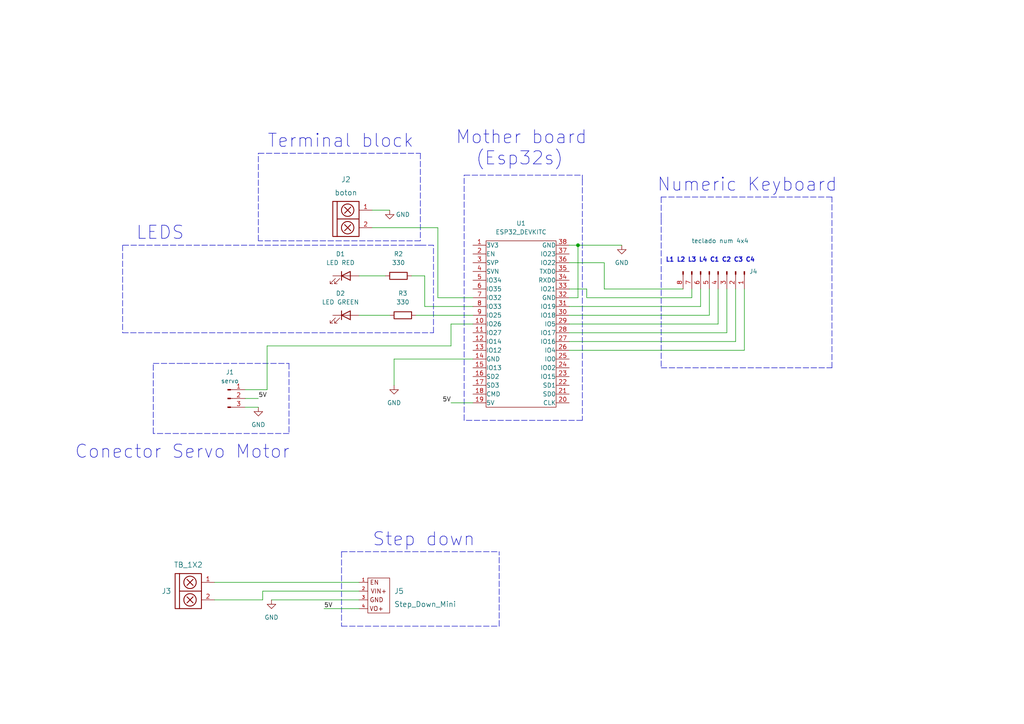
<source format=kicad_sch>
(kicad_sch (version 20211123) (generator eeschema)
  (paper "A4")
  (title_block (title "Electric Locker IOT") (company "IHome"))
  (lib_symbols
    (symbol "Connector:Conn_01x03_Male" (pin_names (offset 1.016) hide)
      (property "Reference" "J" (at 0 5.08 0))
      (property "Value" "Conn_01x03_Male" (at 0 -5.08 0))
      (symbol "Conn_01x03_Male_1_1"
        (polyline (pts (xy 1.27 -2.54) (xy 0.8636 -2.54)) (stroke (width 0.1524)))
        (polyline (pts (xy 1.27 0) (xy 0.8636 0)) (stroke (width 0.1524)))
        (polyline (pts (xy 1.27 2.54) (xy 0.8636 2.54)) (stroke (width 0.1524)))
        (rectangle (start 0.8636 -2.413) (end 0 -2.667) (stroke (width 0.1524)) (fill (type outline)))
        (rectangle (start 0.8636 0.127) (end 0 -0.127) (stroke (width 0.1524)) (fill (type outline)))
        (rectangle (start 0.8636 2.667) (end 0 2.413) (stroke (width 0.1524)) (fill (type outline)))
        (pin passive line (at 5.08 2.54 180) (length 3.81) (name "Pin_1") (number "1"))
        (pin passive line (at 5.08 0 180) (length 3.81) (name "Pin_2") (number "2"))
        (pin passive line (at 5.08 -2.54 180) (length 3.81) (name "Pin_3") (number "3"))
      )
    )
    (symbol "Connector:Conn_01x08_Male" (pin_names (offset 1.016) hide)
      (property "Reference" "J" (at 0 10.16 0))
      (property "Value" "Conn_01x08_Male" (at 0 -12.7 0))
      (symbol "Conn_01x08_Male_1_1"
        (polyline (pts (xy 1.27 -10.16) (xy 0.8636 -10.16)) (stroke (width 0.1524)))
        (polyline (pts (xy 1.27 -7.62) (xy 0.8636 -7.62)) (stroke (width 0.1524)))
        (polyline (pts (xy 1.27 -5.08) (xy 0.8636 -5.08)) (stroke (width 0.1524)))
        (polyline (pts (xy 1.27 -2.54) (xy 0.8636 -2.54)) (stroke (width 0.1524)))
        (polyline (pts (xy 1.27 0) (xy 0.8636 0)) (stroke (width 0.1524)))
        (polyline (pts (xy 1.27 2.54) (xy 0.8636 2.54)) (stroke (width 0.1524)))
        (polyline (pts (xy 1.27 5.08) (xy 0.8636 5.08)) (stroke (width 0.1524)))
        (polyline (pts (xy 1.27 7.62) (xy 0.8636 7.62)) (stroke (width 0.1524)))
        (rectangle (start 0.8636 -10.033) (end 0 -10.287) (stroke (width 0.1524)) (fill (type outline)))
        (rectangle (start 0.8636 -7.493) (end 0 -7.747) (stroke (width 0.1524)) (fill (type outline)))
        (rectangle (start 0.8636 -4.953) (end 0 -5.207) (stroke (width 0.1524)) (fill (type outline)))
        (rectangle (start 0.8636 -2.413) (end 0 -2.667) (stroke (width 0.1524)) (fill (type outline)))
        (rectangle (start 0.8636 0.127) (end 0 -0.127) (stroke (width 0.1524)) (fill (type outline)))
        (rectangle (start 0.8636 2.667) (end 0 2.413) (stroke (width 0.1524)) (fill (type outline)))
        (rectangle (start 0.8636 5.207) (end 0 4.953) (stroke (width 0.1524)) (fill (type outline)))
        (rectangle (start 0.8636 7.747) (end 0 7.493) (stroke (width 0.1524)) (fill (type outline)))
        (pin passive line (at 5.08 7.62 180) (length 3.81) (name "Pin_1") (number "1"))
        (pin passive line (at 5.08 5.08 180) (length 3.81) (name "Pin_2") (number "2"))
        (pin passive line (at 5.08 2.54 180) (length 3.81) (name "Pin_3") (number "3"))
        (pin passive line (at 5.08 0 180) (length 3.81) (name "Pin_4") (number "4"))
        (pin passive line (at 5.08 -2.54 180) (length 3.81) (name "Pin_5") (number "5"))
        (pin passive line (at 5.08 -5.08 180) (length 3.81) (name "Pin_6") (number "6"))
        (pin passive line (at 5.08 -7.62 180) (length 3.81) (name "Pin_7") (number "7"))
        (pin passive line (at 5.08 -10.16 180) (length 3.81) (name "Pin_8") (number "8"))
      )
    )
    (symbol "Device:LED" (pin_numbers hide) (pin_names (offset 1.016) hide)
      (property "Reference" "D" (at 0 2.54 0))
      (property "Value" "LED" (at 0 -2.54 0))
      (symbol "LED_0_1"
        (polyline (pts (xy -1.27 -1.27) (xy -1.27 1.27)) (stroke (width 0.254)))
        (polyline (pts (xy -1.27 0) (xy 1.27 0)))
        (polyline (pts (xy 1.27 -1.27) (xy 1.27 1.27) (xy -1.27 0) (xy 1.27 -1.27)) (stroke (width 0.254)))
        (polyline (pts (xy -3.048 -0.762) (xy -4.572 -2.286) (xy -3.81 -2.286) (xy -4.572 -2.286) (xy -4.572 -1.524)))
        (polyline (pts (xy -1.778 -0.762) (xy -3.302 -2.286) (xy -2.54 -2.286) (xy -3.302 -2.286) (xy -3.302 -1.524)))
      )
      (symbol "LED_1_1"
        (pin passive line (at -3.81 0 0) (length 2.54) (name "K") (number "1"))
        (pin passive line (at 3.81 0 180) (length 2.54) (name "A") (number "2"))
      )
    )
    (symbol "Device:R" (pin_numbers hide) (pin_names (offset 0))
      (property "Reference" "R" (at 2.032 0 90))
      (property "Value" "R" (at 0 0 90))
      (symbol "R_0_1"
        (rectangle (start -1.016 -2.54) (end 1.016 2.54) (stroke (width 0.254)))
      )
      (symbol "R_1_1"
        (pin passive line (at 0 3.81 270) (length 1.27) (name "~") (number "1"))
        (pin passive line (at 0 -3.81 90) (length 1.27) (name "~") (number "2"))
      )
    )
    (symbol "EESTN5:ESP32_DEVKITC" (pin_names (offset 0.0254))
      (property "Reference" "U" (at 0 25.4 0))
      (property "Value" "ESP32_DEVKITC" (at 0 -25.4 0))
      (symbol "ESP32_DEVKITC_0_1"
        (rectangle (start -10.16 24.13) (end 10.16 -24.13))
      )
      (symbol "ESP32_DEVKITC_1_1"
        (pin passive line (at -13.97 22.86 0) (length 3.81) (name "3V3") (number "1"))
        (pin passive line (at -13.97 0 0) (length 3.81) (name "IO26") (number "10"))
        (pin passive line (at -13.97 -2.54 0) (length 3.81) (name "IO27") (number "11"))
        (pin passive line (at -13.97 -5.08 0) (length 3.81) (name "IO14") (number "12"))
        (pin passive line (at -13.97 -7.62 0) (length 3.81) (name "IO12") (number "13"))
        (pin passive line (at -13.97 -10.16 0) (length 3.81) (name "GND") (number "14"))
        (pin passive line (at -13.97 -12.7 0) (length 3.81) (name "IO13") (number "15"))
        (pin passive line (at -13.97 -15.24 0) (length 3.81) (name "SD2") (number "16"))
        (pin passive line (at -13.97 -17.78 0) (length 3.81) (name "SD3") (number "17"))
        (pin passive line (at -13.97 -20.32 0) (length 3.81) (name "CMD") (number "18"))
        (pin passive line (at -13.97 -22.86 0) (length 3.81) (name "5V") (number "19"))
        (pin passive line (at -13.97 20.32 0) (length 3.81) (name "EN") (number "2"))
        (pin passive line (at 13.97 -22.86 180) (length 3.81) (name "CLK") (number "20"))
        (pin passive line (at 13.97 -20.32 180) (length 3.81) (name "SD0") (number "21"))
        (pin passive line (at 13.97 -17.78 180) (length 3.81) (name "SD1") (number "22"))
        (pin passive line (at 13.97 -15.24 180) (length 3.81) (name "IO15") (number "23"))
        (pin passive line (at 13.97 -12.7 180) (length 3.81) (name "IO02") (number "24"))
        (pin passive line (at 13.97 -10.16 180) (length 3.81) (name "IO0") (number "25"))
        (pin passive line (at 13.97 -7.62 180) (length 3.81) (name "IO4") (number "26"))
        (pin passive line (at 13.97 -5.08 180) (length 3.81) (name "IO16") (number "27"))
        (pin passive line (at 13.97 -2.54 180) (length 3.81) (name "IO17") (number "28"))
        (pin passive line (at 13.97 0 180) (length 3.81) (name "IO5") (number "29"))
        (pin passive line (at -13.97 17.78 0) (length 3.81) (name "SVP") (number "3"))
        (pin passive line (at 13.97 2.54 180) (length 3.81) (name "IO18") (number "30"))
        (pin passive line (at 13.97 5.08 180) (length 3.81) (name "IO19") (number "31"))
        (pin passive line (at 13.97 7.62 180) (length 3.81) (name "GND") (number "32"))
        (pin passive line (at 13.97 10.16 180) (length 3.81) (name "IO21") (number "33"))
        (pin passive line (at 13.97 12.7 180) (length 3.81) (name "RXD0") (number "34"))
        (pin passive line (at 13.97 15.24 180) (length 3.81) (name "TXD0") (number "35"))
        (pin passive line (at 13.97 17.78 180) (length 3.81) (name "IO22") (number "36"))
        (pin passive line (at 13.97 20.32 180) (length 3.81) (name "IO23") (number "37"))
        (pin passive line (at 13.97 22.86 180) (length 3.81) (name "GND") (number "38"))
        (pin passive line (at -13.97 15.24 0) (length 3.81) (name "SVN") (number "4"))
        (pin passive line (at -13.97 12.7 0) (length 3.81) (name "IO34") (number "5"))
        (pin passive line (at -13.97 10.16 0) (length 3.81) (name "IO35") (number "6"))
        (pin passive line (at -13.97 7.62 0) (length 3.81) (name "IO32") (number "7"))
        (pin passive line (at -13.97 5.08 0) (length 3.81) (name "IO33") (number "8"))
        (pin passive line (at -13.97 2.54 0) (length 3.81) (name "IO25") (number "9"))
      )
    )
    (symbol "EESTN5:Step_Down_Mini" (pin_names (offset 0))
      (property "Reference" "J" (at 0 6.35 0))
      (property "Value" "Step_Down_Mini" (at 0 -6.35 0))
      (symbol "Step_Down_Mini_0_0"
        (text "EN" (at 1.905 3.81 0) (effects (font (size 1.27 1.27))))
        (text "GND" (at 2.54 -1.27 0) (effects (font (size 1.27 1.27))))
        (text "VIN+" (at 3.175 1.27 0) (effects (font (size 1.27 1.27))))
        (text "VO+" (at 2.54 -3.81 0) (effects (font (size 1.27 1.27))))
      )
      (symbol "Step_Down_Mini_0_1"
        (rectangle (start 6.35 5.08) (end 0 -5.08))
      )
      (symbol "Step_Down_Mini_1_1"
        (pin passive line (at -2.54 3.81 0) (length 2.54) (name "~") (number "1"))
        (pin passive line (at -2.54 1.27 0) (length 2.54) (name "~") (number "2"))
        (pin passive line (at -2.54 -1.27 0) (length 2.54) (name "~") (number "3"))
        (pin passive line (at -2.54 -3.81 0) (length 2.54) (name "~") (number "4"))
      )
    )
    (symbol "EESTN5:TB_1X2" (pin_names (offset 1.016))
      (property "Reference" "J" (at 0 7.62 0))
      (property "Value" "TB_1X2" (at 1.27 -7.62 0))
      (symbol "TB_1X2_0_1"
        (rectangle (start -2.54 5.08) (end 5.08 -5.08) (stroke (width 0.254)))
        (polyline (pts (xy -1.27 0) (xy 5.08 0)) (stroke (width 0.254)))
        (polyline (pts (xy -1.27 5.08) (xy -1.27 -5.08)) (stroke (width 0.254)))
        (polyline (pts (xy 0.889 -3.429) (xy 2.667 -1.651)) (stroke (width 0.254)))
        (polyline (pts (xy 0.889 -1.651) (xy 2.667 -3.429)) (stroke (width 0.254)))
        (polyline (pts (xy 0.889 1.651) (xy 2.667 3.429)) (stroke (width 0.254)))
        (polyline (pts (xy 0.889 3.429) (xy 2.667 1.651)) (stroke (width 0.254)))
        (circle (center 1.778 -2.54) (radius 1.8034) (stroke (width 0.254)))
        (circle (center 1.778 2.54) (radius 1.8034) (stroke (width 0.254)))
      )
      (symbol "TB_1X2_1_1"
        (pin input line (at 8.89 2.54 180) (length 3.81) (name "~") (number "1"))
        (pin input line (at 8.89 -2.54 180) (length 3.81) (name "~") (number "2"))
      )
    )
    (symbol "power:GND" (power) (pin_names (offset 0))
      (property "Value" "GND" (at 0 -3.81 0))
      (symbol "GND_0_1"
        (polyline (pts (xy 0 0) (xy 0 -1.27) (xy 1.27 -1.27) (xy 0 -2.54) (xy -1.27 -1.27) (xy 0 -1.27)))
      )
      (symbol "GND_1_1"
        (pin power_in line (at 0 0 270) (length 0) hide (name "GND") (number "1"))
      )
    )
  )
  (junction (at 167.64 71.12))
  (wire (pts (xy 137.16 104.14) (xy 114.3 104.14)))
  (polyline (pts (xy 44.45 125.73) (xy 44.45 105.41)))
  (polyline (pts (xy 121.92 69.85) (xy 74.93 69.85)))
  (wire (pts (xy 62.23 173.99) (xy 76.2 173.99)))
  (wire (pts (xy 165.1 93.98) (xy 208.28 93.98)))
  (wire (pts (xy 167.64 86.36) (xy 167.64 71.12)))
  (wire (pts (xy 62.23 168.91) (xy 104.14 168.91)))
  (wire (pts (xy 165.1 86.36) (xy 167.64 86.36)))
  (wire (pts (xy 130.81 93.98) (xy 137.16 93.98)))
  (wire (pts (xy 107.95 66.04) (xy 127 66.04)))
  (wire (pts (xy 203.2 88.9) (xy 165.1 88.9)))
  (wire (pts (xy 175.26 76.2) (xy 165.1 76.2)))
  (polyline (pts (xy 241.3 106.68) (xy 241.3 57.15)))
  (wire (pts (xy 200.66 83.82) (xy 200.66 86.36)))
  (polyline (pts (xy 134.62 50.8) (xy 168.91 50.8)))
  (polyline (pts (xy 191.77 106.68) (xy 241.3 106.68)))
  (polyline (pts (xy 121.92 71.12) (xy 35.56 71.12)))
  (wire (pts (xy 130.81 93.98) (xy 130.81 100.33)))
  (wire (pts (xy 77.47 113.03) (xy 71.12 113.03)))
  (wire (pts (xy 127 66.04) (xy 127 86.36)))
  (wire (pts (xy 104.14 80.01) (xy 111.76 80.01)))
  (polyline (pts (xy 121.92 44.45) (xy 121.92 69.85)))
  (polyline (pts (xy 191.77 57.15) (xy 191.77 63.5)))
  (wire (pts (xy 215.9 83.82) (xy 215.9 101.6)))
  (wire (pts (xy 203.2 83.82) (xy 203.2 88.9)))
  (wire (pts (xy 107.95 60.96) (xy 113.03 60.96)))
  (wire (pts (xy 208.28 93.98) (xy 208.28 83.82)))
  (wire (pts (xy 165.1 71.12) (xy 167.64 71.12)))
  (wire (pts (xy 200.66 86.36) (xy 170.18 86.36)))
  (polyline (pts (xy 83.82 105.41) (xy 83.82 125.73)))
  (polyline (pts (xy 44.45 105.41) (xy 53.34 105.41)))
  (wire (pts (xy 130.81 100.33) (xy 77.47 100.33)))
  (polyline (pts (xy 168.91 121.92) (xy 134.62 121.92)))
  (wire (pts (xy 215.9 101.6) (xy 165.1 101.6)))
  (wire (pts (xy 119.38 80.01) (xy 123.19 80.01)))
  (polyline (pts (xy 99.06 181.61) (xy 144.78 181.61)))
  (wire (pts (xy 76.2 171.45) (xy 104.14 171.45)))
  (wire (pts (xy 210.82 83.82) (xy 210.82 96.52)))
  (polyline (pts (xy 144.78 181.61) (xy 144.78 160.02)))
  (polyline (pts (xy 168.91 52.07) (xy 168.91 121.92)))
  (polyline (pts (xy 83.82 125.73) (xy 44.45 125.73)))
  (wire (pts (xy 170.18 83.82) (xy 165.1 83.82)))
  (wire (pts (xy 198.12 83.82) (xy 175.26 83.82)))
  (polyline (pts (xy 74.93 69.85) (xy 74.93 44.45)))
  (polyline (pts (xy 125.73 96.52) (xy 125.73 71.12)))
  (wire (pts (xy 213.36 99.06) (xy 165.1 99.06)))
  (wire (pts (xy 123.19 88.9) (xy 137.16 88.9)))
  (wire (pts (xy 78.74 173.99) (xy 104.14 173.99)))
  (wire (pts (xy 77.47 100.33) (xy 77.47 113.03)))
  (wire (pts (xy 165.1 91.44) (xy 205.74 91.44)))
  (wire (pts (xy 213.36 83.82) (xy 213.36 99.06)))
  (wire (pts (xy 120.65 91.44) (xy 137.16 91.44)))
  (wire (pts (xy 210.82 96.52) (xy 165.1 96.52)))
  (wire (pts (xy 167.64 71.12) (xy 180.34 71.12)))
  (wire (pts (xy 114.3 104.14) (xy 114.3 111.76)))
  (wire (pts (xy 170.18 86.36) (xy 170.18 83.82)))
  (wire (pts (xy 127 86.36) (xy 137.16 86.36)))
  (wire (pts (xy 93.98 176.53) (xy 104.14 176.53)))
  (wire (pts (xy 76.2 173.99) (xy 76.2 171.45)))
  (polyline (pts (xy 134.62 121.92) (xy 134.62 50.8)))
  (polyline (pts (xy 121.92 71.12) (xy 125.73 71.12)))
  (polyline (pts (xy 74.93 44.45) (xy 121.92 44.45)))
  (wire (pts (xy 71.12 115.57) (xy 74.93 115.57)))
  (wire (pts (xy 123.19 80.01) (xy 123.19 88.9)))
  (polyline (pts (xy 99.06 160.02) (xy 99.06 181.61)))
  (polyline (pts (xy 35.56 71.12) (xy 35.56 96.52)))
  (polyline (pts (xy 35.56 96.52) (xy 125.73 96.52)))
  (wire (pts (xy 205.74 91.44) (xy 205.74 83.82)))
  (wire (pts (xy 104.14 91.44) (xy 113.03 91.44)))
  (polyline (pts (xy 191.77 63.5) (xy 191.77 106.68)))
  (polyline (pts (xy 53.34 105.41) (xy 83.82 105.41)))
  (polyline (pts (xy 99.06 160.02) (xy 144.78 160.02)))
  (wire (pts (xy 130.81 116.84) (xy 137.16 116.84)))
  (polyline (pts (xy 241.3 57.15) (xy 191.77 57.15)))
  (wire (pts (xy 71.12 118.11) (xy 74.93 118.11)))
  (polyline (pts (xy 168.91 50.8) (xy 168.91 52.07)))
  (wire (pts (xy 175.26 83.82) (xy 175.26 76.2)))
  (text "Terminal block" (at 77.47 43.18 0) (effects (font (size 3.81 3.81)) (justify left bottom)))
  (text "Conector Servo Motor\n" (at 21.59 133.35 0) (effects (font (size 3.81 3.81)) (justify left bottom)))
  (text "Mother board\n  (Esp32s)" (at 132.08 48.26 0) (effects (font (size 3.81 3.81)) (justify left bottom)))
  (text "Step down\n" (at 107.95 158.75 0) (effects (font (size 3.81 3.81)) (justify left bottom)))
  (text "Numeric Keyboard" (at 190.5 55.88 0) (effects (font (size 3.81 3.81)) (justify left bottom)))
  (text "L1 L2 L3 L4 C1 C2 C3 C4" (at 193.04 76.2 0) (effects (font (size 1.27 1.27) (thickness 0.254) bold) (justify left bottom)))
  (text "LEDS\n" (at 39.37 69.85 0) (effects (font (size 3.81 3.81)) (justify left bottom)))
  (label "5V" (at 130.81 116.84 180))
  (label "5V" (at 93.98 176.53 0))
  (label "5V" (at 74.93 115.57 0))
  (symbol (lib_id "EESTN5:TB_1X2") (at 99.06 63.5 0) (unit 1)
    (property "Reference" "J2" (at 100.33 52.07 0) (effects (font (size 1.524 1.524))))
    (property "Value" "boton" (at 100.33 55.88 0) (effects (font (size 1.524 1.524))))
    (property "Footprint" "EESTN5:BORNERA2_AZUL" (effects hide))
  )
  (symbol (lib_id "Device:R") (at 116.84 91.44 90) (unit 1)
    (property "Reference" "R3" (at 116.84 85.09 90))
    (property "Value" "330" (at 116.84 87.63 90))
    (property "Footprint" "EESTN5:RES0.2" (effects hide))
  )
  (symbol (lib_id "power:GND") (at 74.93 118.11 0) (unit 1)
    (property "Reference" "#PWR0103" (effects hide))
    (property "Value" "GND" (at 74.93 123.19 0))
  )
  (symbol (lib_id "power:GND") (at 78.74 173.99 0) (unit 1)
    (property "Reference" "#PWR0102" (effects hide))
    (property "Value" "GND" (at 78.74 179.07 0))
  )
  (symbol (lib_id "Device:LED") (at 100.33 91.44 0) (unit 1)
    (property "Reference" "D2" (at 98.7425 85.09 0))
    (property "Value" "LED GREEN" (at 98.7425 87.63 0))
    (property "Footprint" "EESTN5:led_3mm_green" (effects hide))
  )
  (symbol (lib_id "EESTN5:Step_Down_Mini") (at 106.68 172.72 0) (unit 1)
    (property "Reference" "J5" (at 114.3 171.45 0) (effects (font (size 1.524 1.524)) (justify left)))
    (property "Value" "Step_Down_Mini" (at 114.3 175.26 0) (effects (font (size 1.524 1.524)) (justify left)))
    (property "Footprint" "EESTN5:Step_Down_Mini" (effects hide))
  )
  (symbol (lib_id "Connector:Conn_01x08_Male") (at 208.28 78.74 270) (unit 1)
    (property "Reference" "J4" (at 219.71 78.74 90) (effects (justify right)))
    (property "Value" "teclado num 4x4" (at 217.17 69.85 90) (effects (justify right)))
    (property "Footprint" "EESTN5:Pin_Header_Straight_1x08" (effects hide))
  )
  (symbol (lib_id "Device:R") (at 115.57 80.01 90) (unit 1)
    (property "Reference" "R2" (at 115.57 73.66 90))
    (property "Value" "330" (at 115.57 76.2 90))
    (property "Footprint" "EESTN5:RES0.2" (effects hide))
  )
  (symbol (lib_id "power:GND") (at 114.3 111.76 0) (unit 1)
    (property "Reference" "#PWR0104" (effects hide))
    (property "Value" "GND" (at 114.3 116.84 0))
  )
  (symbol (lib_id "EESTN5:TB_1X2") (at 53.34 171.45 0) (unit 1)
    (property "Reference" "J3" (at 48.26 171.45 0) (effects (font (size 1.524 1.524))))
    (property "Value" "TB_1X2" (at 54.61 163.83 0) (effects (font (size 1.524 1.524))))
    (property "Footprint" "EESTN5:BORNERA2_AZUL" (effects hide))
  )
  (symbol (lib_id "EESTN5:ESP32_DEVKITC") (at 151.13 93.98 0) (unit 1)
    (property "Reference" "U1" (at 151.13 64.77 0))
    (property "Value" "ESP32_DEVKITC" (at 151.13 67.31 0))
    (property "Footprint" "EESTN5:ESP32_DEVKITC" (effects hide))
  )
  (symbol (lib_id "power:GND") (at 180.34 71.12 0) (unit 1)
    (property "Reference" "#PWR0101" (effects hide))
    (property "Value" "GND" (at 180.34 76.2 0))
  )
  (symbol (lib_id "Connector:Conn_01x03_Male") (at 66.04 115.57 0) (unit 1)
    (property "Reference" "J1" (at 66.675 107.95 0))
    (property "Value" "servo" (at 66.675 110.49 0))
    (property "Footprint" "EESTN5:Pin_Header_3" (effects hide))
  )
  (symbol (lib_id "power:GND") (at 113.03 60.96 0) (unit 1)
    (property "Reference" "#PWR0105" (effects hide))
    (property "Value" "GND" (at 116.84 62.23 0))
  )
  (symbol (lib_id "Device:LED") (at 100.33 80.01 0) (unit 1)
    (property "Reference" "D1" (at 98.7425 73.66 0))
    (property "Value" "LED RED" (at 98.7425 76.2 0))
    (property "Footprint" "EESTN5:led_3mm_red" (effects hide))
  )
)
</source>
